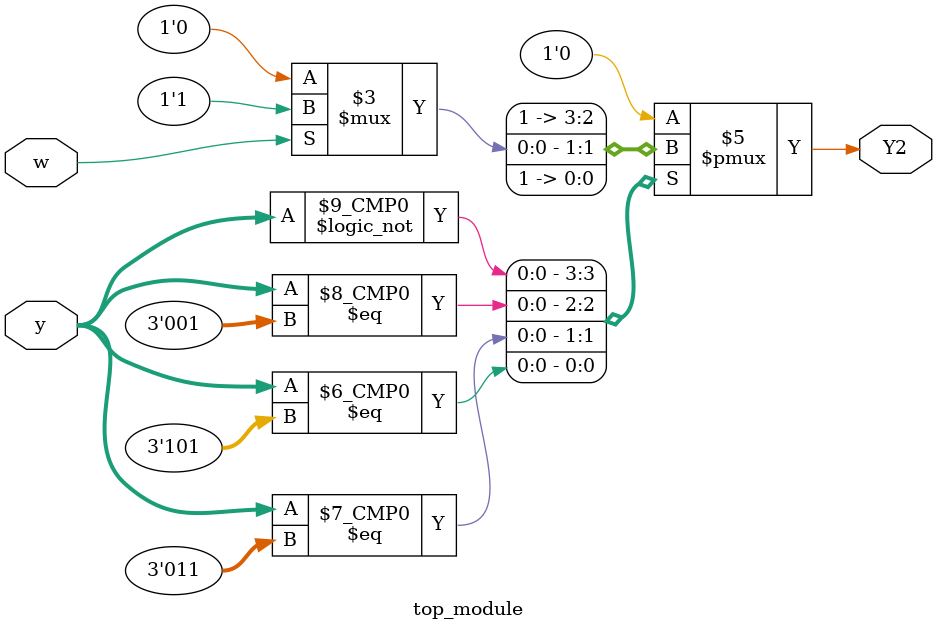
<source format=sv>
module top_module(
	input [3:1] y,
	input w,
	output reg Y2);

	always @(*) begin
		casez (y)
			3'b000: Y2 = 1'b1; // A -> B
			3'b001: Y2 = 1'b1; // B -> A
			3'b010: Y2 = 1'b0; // C -> D
			3'b011: Y2 = (w == 1'b0) ? 1'b0 : 1'b1; // D -> A or D -> F
			3'b100: Y2 = 1'b0; // E -> D
			3'b101: Y2 = 1'b1; // F -> D
			default: Y2 = 1'b0; // Default
		endcase
	end

endmodule

</source>
